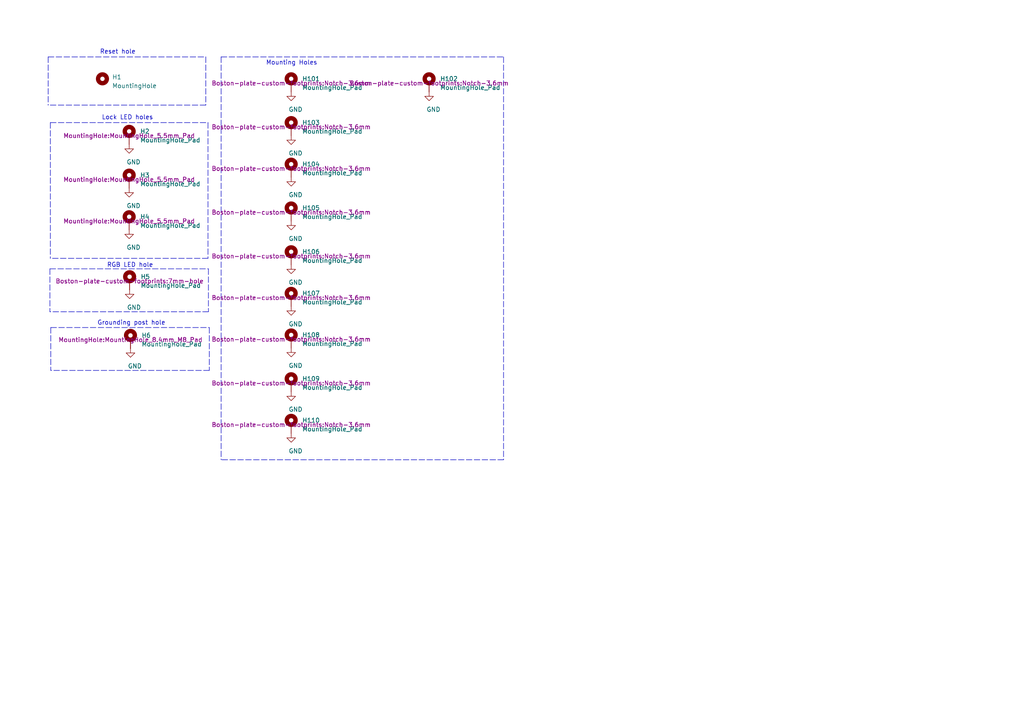
<source format=kicad_sch>
(kicad_sch (version 20210126) (generator eeschema)
  (paper "A4")
  (lib_symbols
    (symbol "Mechanical:MountingHole" (pin_names (offset 1.016))
      (property "Reference" "H" (at 0 5.08 0))
      (property "Value" "MountingHole" (at 0 3.175 0))
      (symbol "MountingHole_0_1"
        (circle (center 0 0) (radius 1.27) (stroke (width 1.27)))
      )
    )
    (symbol "Mechanical:MountingHole_Pad" (pin_numbers hide) (pin_names (offset 1.016) hide)
      (property "Reference" "H" (at 0 6.35 0))
      (property "Value" "MountingHole_Pad" (at 0 4.445 0))
      (symbol "MountingHole_Pad_0_1"
        (circle (center 0 1.27) (radius 1.27) (stroke (width 1.27)))
      )
      (symbol "MountingHole_Pad_1_1"
        (pin input line (at 0 -2.54 90) (length 2.54) (name "1") (number "1"))
      )
    )
    (symbol "power:GND" (power) (pin_names (offset 0))
      (property "Value" "GND" (at 0 -3.81 0))
      (symbol "GND_0_1"
        (polyline (pts (xy 0 0) (xy 0 -1.27) (xy 1.27 -1.27) (xy 0 -2.54) (xy -1.27 -1.27) (xy 0 -1.27)))
      )
      (symbol "GND_1_1"
        (pin power_in line (at 0 0 270) (length 0) hide (name "GND") (number "1"))
      )
    )
  )
  (polyline (pts (xy 13.97 16.51) (xy 13.97 30.48)) (stroke (width 0) (type dash)))
  (polyline (pts (xy 13.97 16.51) (xy 59.69 16.51)) (stroke (width 0) (type dash)))
  (polyline (pts (xy 14.478 77.978) (xy 14.478 90.424)) (stroke (width 0) (type dash)))
  (polyline (pts (xy 14.478 77.978) (xy 60.452 77.978)) (stroke (width 0) (type dash)))
  (polyline (pts (xy 14.605 35.56) (xy 14.605 74.93)) (stroke (width 0) (type dash)))
  (polyline (pts (xy 14.605 35.56) (xy 60.325 35.56)) (stroke (width 0) (type dash)))
  (polyline (pts (xy 14.732 94.996) (xy 14.732 107.442)) (stroke (width 0) (type dash)))
  (polyline (pts (xy 14.732 94.996) (xy 60.706 94.996)) (stroke (width 0) (type dash)))
  (polyline (pts (xy 59.69 16.51) (xy 59.69 30.48)) (stroke (width 0) (type dash)))
  (polyline (pts (xy 59.69 30.48) (xy 13.97 30.48)) (stroke (width 0) (type dash)))
  (polyline (pts (xy 60.325 35.56) (xy 60.325 74.93)) (stroke (width 0) (type dash)))
  (polyline (pts (xy 60.325 74.93) (xy 14.605 74.93)) (stroke (width 0) (type dash)))
  (polyline (pts (xy 60.452 77.978) (xy 60.452 90.424)) (stroke (width 0) (type dash)))
  (polyline (pts (xy 60.452 90.424) (xy 14.478 90.424)) (stroke (width 0) (type dash)))
  (polyline (pts (xy 60.706 94.996) (xy 60.706 107.442)) (stroke (width 0) (type dash)))
  (polyline (pts (xy 60.706 107.442) (xy 14.732 107.442)) (stroke (width 0) (type dash)))
  (polyline (pts (xy 64.135 16.51) (xy 64.135 133.35)) (stroke (width 0) (type dash)))
  (polyline (pts (xy 64.135 16.51) (xy 146.05 16.51)) (stroke (width 0) (type dash)))
  (polyline (pts (xy 146.05 16.51) (xy 146.05 133.35)) (stroke (width 0) (type dash)))
  (polyline (pts (xy 146.05 133.35) (xy 64.135 133.35)) (stroke (width 0) (type dash)))
  (text "Reset hole" (at 39.37 15.875 180) (effects (font (size 1.27 1.27)) (justify right bottom)))
  (text "Lock LED holes" (at 44.45 34.925 180) (effects (font (size 1.27 1.27)) (justify right bottom)))
  (text "RGB LED hole" (at 44.45 77.724 180) (effects (font (size 1.27 1.27)) (justify right bottom)))
  (text "Grounding post hole" (at 48.006 94.488 180) (effects (font (size 1.27 1.27)) (justify right bottom)))
  (text "Mounting Holes" (at 92.075 19.05 180) (effects (font (size 1.27 1.27)) (justify right bottom)))
  (symbol (lib_id "power:GND") (at 37.465 41.91 0) (unit 1)
    (property "Reference" "#PWR0104" (effects hide))
    (property "Value" "GND" (at 38.735 46.99 0))
  )
  (symbol (lib_id "power:GND") (at 37.465 54.61 0) (unit 1)
    (property "Reference" "#PWR0102" (effects hide))
    (property "Value" "GND" (at 38.735 59.69 0))
  )
  (symbol (lib_id "power:GND") (at 37.465 66.675 0) (unit 1)
    (property "Reference" "#PWR0103" (effects hide))
    (property "Value" "GND" (at 38.735 71.755 0))
  )
  (symbol (lib_id "power:GND") (at 37.592 84.074 0) (unit 1)
    (property "Reference" "#PWR?" (effects hide))
    (property "Value" "GND" (at 38.862 89.154 0))
  )
  (symbol (lib_id "power:GND") (at 37.846 101.092 0) (unit 1)
    (property "Reference" "#PWR?" (effects hide))
    (property "Value" "GND" (at 39.116 106.172 0))
  )
  (symbol (lib_id "power:GND") (at 84.455 26.67 0) (unit 1)
    (property "Reference" "#PWR0105" (effects hide))
    (property "Value" "GND" (at 85.725 31.75 0))
  )
  (symbol (lib_id "power:GND") (at 84.455 39.37 0) (unit 1)
    (property "Reference" "#PWR0106" (effects hide))
    (property "Value" "GND" (at 85.725 44.45 0))
  )
  (symbol (lib_id "power:GND") (at 84.455 51.435 0) (unit 1)
    (property "Reference" "#PWR0107" (effects hide))
    (property "Value" "GND" (at 85.725 56.515 0))
  )
  (symbol (lib_id "power:GND") (at 84.455 64.135 0) (unit 1)
    (property "Reference" "#PWR0108" (effects hide))
    (property "Value" "GND" (at 85.725 69.215 0))
  )
  (symbol (lib_id "power:GND") (at 84.455 76.835 0) (unit 1)
    (property "Reference" "#PWR0109" (effects hide))
    (property "Value" "GND" (at 85.725 81.915 0))
  )
  (symbol (lib_id "power:GND") (at 84.455 88.9 0) (unit 1)
    (property "Reference" "#PWR0110" (effects hide))
    (property "Value" "GND" (at 85.725 93.98 0))
  )
  (symbol (lib_id "power:GND") (at 84.455 100.965 0) (unit 1)
    (property "Reference" "#PWR0111" (effects hide))
    (property "Value" "GND" (at 85.725 106.045 0))
  )
  (symbol (lib_id "power:GND") (at 84.455 113.665 0) (unit 1)
    (property "Reference" "#PWR0112" (effects hide))
    (property "Value" "GND" (at 85.725 118.745 0))
  )
  (symbol (lib_id "power:GND") (at 84.455 125.73 0) (unit 1)
    (property "Reference" "#PWR0113" (effects hide))
    (property "Value" "GND" (at 85.725 130.81 0))
  )
  (symbol (lib_id "power:GND") (at 124.46 26.67 0) (unit 1)
    (property "Reference" "#PWR0114" (effects hide))
    (property "Value" "GND" (at 125.73 31.75 0))
  )
  (symbol (lib_id "Mechanical:MountingHole") (at 29.718 22.86 0) (unit 1)
    (property "Reference" "H1" (at 32.512 22.352 0) (effects (justify left)))
    (property "Value" "MountingHole" (at 32.512 24.892 0) (effects (justify left)))
    (property "Footprint" "Boston-plate-custom-footprints:6x6-Tact-switch-opening" (effects hide))
  )
  (symbol (lib_id "Mechanical:MountingHole_Pad") (at 37.465 39.37 0) (unit 1)
    (property "Reference" "H2" (at 40.64 38.1 0) (effects (justify left)))
    (property "Value" "MountingHole_Pad" (at 40.64 40.64 0) (effects (justify left)))
    (property "Footprint" "MountingHole:MountingHole_5.5mm_Pad" (at 37.465 39.37 0))
  )
  (symbol (lib_id "Mechanical:MountingHole_Pad") (at 37.465 52.07 0) (unit 1)
    (property "Reference" "H3" (at 40.64 50.8 0) (effects (justify left)))
    (property "Value" "MountingHole_Pad" (at 40.64 53.34 0) (effects (justify left)))
    (property "Footprint" "MountingHole:MountingHole_5.5mm_Pad" (at 37.465 52.07 0))
  )
  (symbol (lib_id "Mechanical:MountingHole_Pad") (at 37.465 64.135 0) (unit 1)
    (property "Reference" "H4" (at 40.64 62.865 0) (effects (justify left)))
    (property "Value" "MountingHole_Pad" (at 40.64 65.405 0) (effects (justify left)))
    (property "Footprint" "MountingHole:MountingHole_5.5mm_Pad" (at 37.465 64.135 0))
  )
  (symbol (lib_id "Mechanical:MountingHole_Pad") (at 37.592 81.534 0) (unit 1)
    (property "Reference" "H5" (at 40.767 80.264 0) (effects (justify left)))
    (property "Value" "MountingHole_Pad" (at 40.767 82.804 0) (effects (justify left)))
    (property "Footprint" "Boston-plate-custom-footprints:7mm-hole" (at 37.592 81.534 0))
  )
  (symbol (lib_id "Mechanical:MountingHole_Pad") (at 37.846 98.552 0) (unit 1)
    (property "Reference" "H6" (at 41.021 97.282 0) (effects (justify left)))
    (property "Value" "MountingHole_Pad" (at 41.021 99.822 0) (effects (justify left)))
    (property "Footprint" "MountingHole:MountingHole_8.4mm_M8_Pad" (at 37.846 98.552 0))
  )
  (symbol (lib_id "Mechanical:MountingHole_Pad") (at 84.455 24.13 0) (unit 1)
    (property "Reference" "H101" (at 87.63 22.86 0) (effects (justify left)))
    (property "Value" "MountingHole_Pad" (at 87.63 25.4 0) (effects (justify left)))
    (property "Footprint" "Boston-plate-custom-footprints:Notch-3.6mm" (at 84.455 24.13 0))
  )
  (symbol (lib_id "Mechanical:MountingHole_Pad") (at 84.455 36.83 0) (unit 1)
    (property "Reference" "H103" (at 87.63 35.56 0) (effects (justify left)))
    (property "Value" "MountingHole_Pad" (at 87.63 38.1 0) (effects (justify left)))
    (property "Footprint" "Boston-plate-custom-footprints:Notch-3.6mm" (at 84.455 36.83 0))
  )
  (symbol (lib_id "Mechanical:MountingHole_Pad") (at 84.455 48.895 0) (unit 1)
    (property "Reference" "H104" (at 87.63 47.625 0) (effects (justify left)))
    (property "Value" "MountingHole_Pad" (at 87.63 50.165 0) (effects (justify left)))
    (property "Footprint" "Boston-plate-custom-footprints:Notch-3.6mm" (at 84.455 48.895 0))
  )
  (symbol (lib_id "Mechanical:MountingHole_Pad") (at 84.455 61.595 0) (unit 1)
    (property "Reference" "H105" (at 87.63 60.325 0) (effects (justify left)))
    (property "Value" "MountingHole_Pad" (at 87.63 62.865 0) (effects (justify left)))
    (property "Footprint" "Boston-plate-custom-footprints:Notch-3.6mm" (at 84.455 61.595 0))
  )
  (symbol (lib_id "Mechanical:MountingHole_Pad") (at 84.455 74.295 0) (unit 1)
    (property "Reference" "H106" (at 87.63 73.025 0) (effects (justify left)))
    (property "Value" "MountingHole_Pad" (at 87.63 75.565 0) (effects (justify left)))
    (property "Footprint" "Boston-plate-custom-footprints:Notch-3.6mm" (at 84.455 74.295 0))
  )
  (symbol (lib_id "Mechanical:MountingHole_Pad") (at 84.455 86.36 0) (unit 1)
    (property "Reference" "H107" (at 87.63 85.09 0) (effects (justify left)))
    (property "Value" "MountingHole_Pad" (at 87.63 87.63 0) (effects (justify left)))
    (property "Footprint" "Boston-plate-custom-footprints:Notch-3.6mm" (at 84.455 86.36 0))
  )
  (symbol (lib_id "Mechanical:MountingHole_Pad") (at 84.455 98.425 0) (unit 1)
    (property "Reference" "H108" (at 87.63 97.155 0) (effects (justify left)))
    (property "Value" "MountingHole_Pad" (at 87.63 99.695 0) (effects (justify left)))
    (property "Footprint" "Boston-plate-custom-footprints:Notch-3.6mm" (at 84.455 98.425 0))
  )
  (symbol (lib_id "Mechanical:MountingHole_Pad") (at 84.455 111.125 0) (unit 1)
    (property "Reference" "H109" (at 87.63 109.855 0) (effects (justify left)))
    (property "Value" "MountingHole_Pad" (at 87.63 112.395 0) (effects (justify left)))
    (property "Footprint" "Boston-plate-custom-footprints:Notch-3.6mm" (at 84.455 111.125 0))
  )
  (symbol (lib_id "Mechanical:MountingHole_Pad") (at 84.455 123.19 0) (unit 1)
    (property "Reference" "H110" (at 87.63 121.92 0) (effects (justify left)))
    (property "Value" "MountingHole_Pad" (at 87.63 124.46 0) (effects (justify left)))
    (property "Footprint" "Boston-plate-custom-footprints:Notch-3.6mm" (at 84.455 123.19 0))
  )
  (symbol (lib_id "Mechanical:MountingHole_Pad") (at 124.46 24.13 0) (unit 1)
    (property "Reference" "H102" (at 127.635 22.86 0) (effects (justify left)))
    (property "Value" "MountingHole_Pad" (at 127.635 25.4 0) (effects (justify left)))
    (property "Footprint" "Boston-plate-custom-footprints:Notch-3.6mm" (at 124.46 24.13 0))
  )
)
</source>
